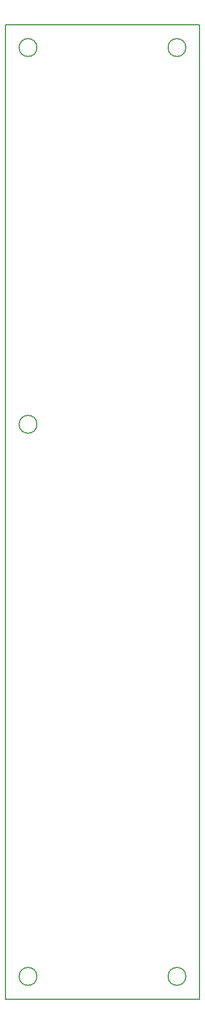
<source format=gbr>
G04 #@! TF.GenerationSoftware,KiCad,Pcbnew,5.0.1-33cea8e~68~ubuntu18.04.1*
G04 #@! TF.CreationDate,2018-11-05T13:53:31-05:00*
G04 #@! TF.ProjectId,core-1,636F72652D312E6B696361645F706362,rev?*
G04 #@! TF.SameCoordinates,Original*
G04 #@! TF.FileFunction,Profile,NP*
%FSLAX46Y46*%
G04 Gerber Fmt 4.6, Leading zero omitted, Abs format (unit mm)*
G04 Created by KiCad (PCBNEW 5.0.1-33cea8e~68~ubuntu18.04.1) date Mon 05 Nov 2018 01:53:31 PM EST*
%MOMM*%
%LPD*%
G01*
G04 APERTURE LIST*
%ADD10C,0.150000*%
G04 APERTURE END LIST*
D10*
X134875000Y-176500000D02*
G75*
G03X134875000Y-176500000I-1375000J0D01*
G01*
X157875000Y-176500000D02*
G75*
G03X157875000Y-176500000I-1375000J0D01*
G01*
X157875000Y-33500000D02*
G75*
G03X157875000Y-33500000I-1375000J0D01*
G01*
X134875000Y-91500000D02*
G75*
G03X134875000Y-91500000I-1375000J0D01*
G01*
X134875000Y-33500000D02*
G75*
G03X134875000Y-33500000I-1375000J0D01*
G01*
X160000000Y-180000000D02*
X160000000Y-95000000D01*
X130000000Y-180000000D02*
X160000000Y-180000000D01*
X130000000Y-95000000D02*
X130000000Y-180000000D01*
X130000000Y-95000000D02*
X130000000Y-30000000D01*
X160000000Y-30000000D02*
X160000000Y-95000000D01*
X130000000Y-30000000D02*
X160000000Y-30000000D01*
M02*

</source>
